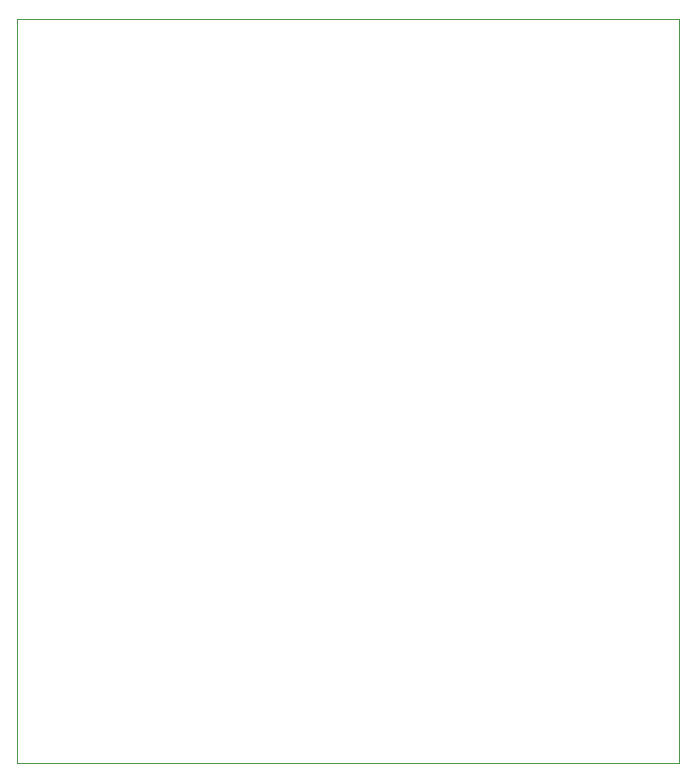
<source format=gm1>
%TF.GenerationSoftware,KiCad,Pcbnew,6.0.4+dfsg-1+b1*%
%TF.CreationDate,2022-05-28T20:55:51+05:00*%
%TF.ProjectId,evlamp,65766c61-6d70-42e6-9b69-6361645f7063,rev?*%
%TF.SameCoordinates,Original*%
%TF.FileFunction,Profile,NP*%
%FSLAX46Y46*%
G04 Gerber Fmt 4.6, Leading zero omitted, Abs format (unit mm)*
G04 Created by KiCad (PCBNEW 6.0.4+dfsg-1+b1) date 2022-05-28 20:55:51*
%MOMM*%
%LPD*%
G01*
G04 APERTURE LIST*
%TA.AperFunction,Profile*%
%ADD10C,0.100000*%
%TD*%
G04 APERTURE END LIST*
D10*
X72550000Y-70161000D02*
X128550000Y-70161000D01*
X128550000Y-70161000D02*
X128550000Y-133161000D01*
X128550000Y-133161000D02*
X72550000Y-133161000D01*
X72550000Y-133161000D02*
X72550000Y-70161000D01*
M02*

</source>
